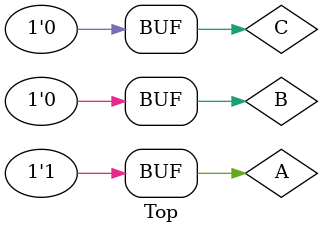
<source format=v>
module delay(A, B, C, O);

input A, B, C;
output O;
wire E;

assign #5 E = A & B;
assign #4 O = E | C;

endmodule

module Top;

reg A, B, C;
wire O;

delay myDelay(.A(A), .B(B), .C(C), .O(O));

initial
    $monitor($time, " A = %b, B = %b, C = %b --> O = %b", A, B, C, O);

initial
begin
    // $dumpfile("test.vcd");
    // $dumpvars(0, Top);
    A = 1'b0;
    B = 1'b0;
    C = 1'b0;
    #10
    A = 1'b1;
    B = 1'b1;
    C = 1'b1;
    #20
    B = 1'b0;
    C = 1'b0;
    #10
    B = 1'b1;
    #2
    B = 1'b0;
    #2
    C = 1'b1;
    #1
    C = 1'b0;
end

endmodule

</source>
